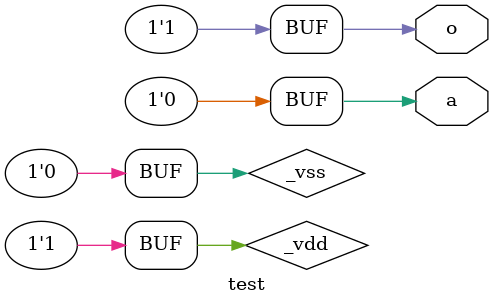
<source format=v>
module test (a, o);
  output a;
  output o;
  supply1 _vdd;
  supply0 _vss;
  assign o = _vdd;
  assign a = _vss;
endmodule

</source>
